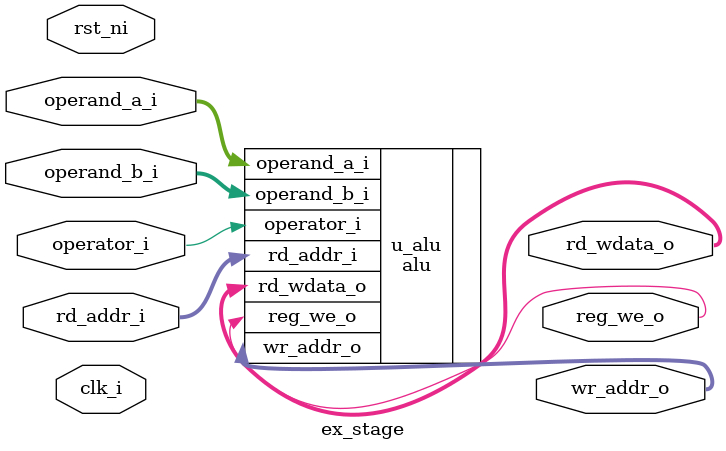
<source format=sv>
module ex_stage(
    input  logic        clk_i,
    input  logic        rst_ni,
    input  logic        operator_i,
    input  logic [31:0] operand_a_i,
    input  logic [31:0] operand_b_i,
    input  logic [4:0]  rd_addr_i,
    output logic        reg_we_o,
    output logic [4:0]  wr_addr_o,
    output logic [31:0] rd_wdata_o
);




alu u_alu(
    .operator_i(operator_i),
    .operand_a_i(operand_a_i),
    .operand_b_i(operand_b_i),
    .rd_addr_i(rd_addr_i),
    .reg_we_o(reg_we_o),
    .wr_addr_o(wr_addr_o),
    .rd_wdata_o(rd_wdata_o)
);

endmodule

</source>
